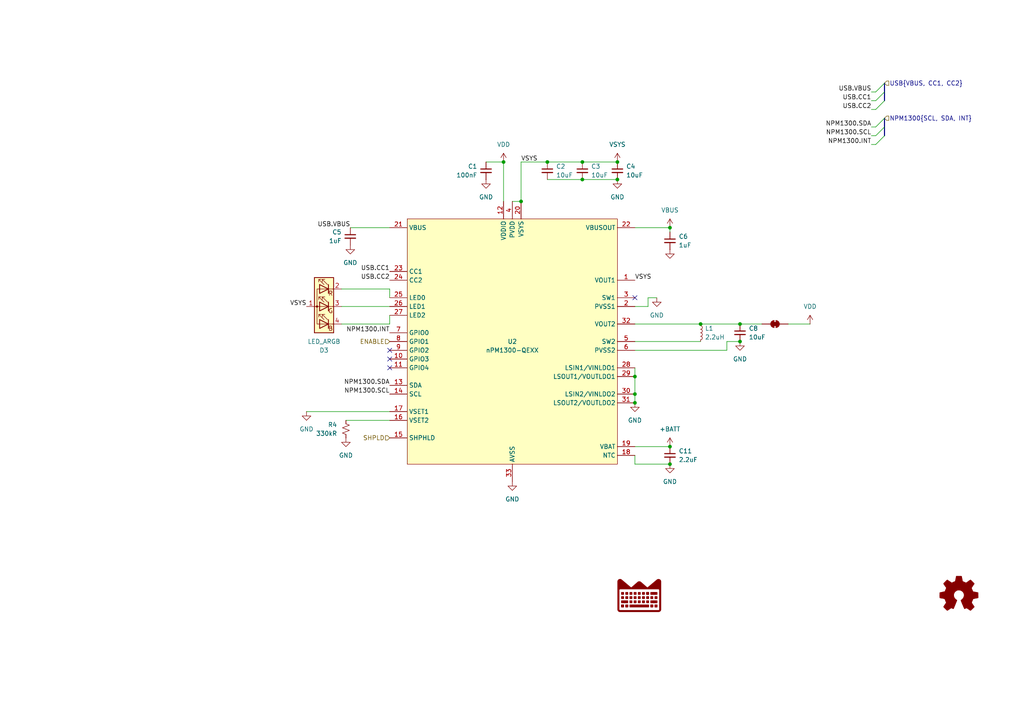
<source format=kicad_sch>
(kicad_sch (version 20250114) (generator "eeschema") (generator_version "9.0")
  (paper "A4")
  (title_block (title "RoyalBlue54L") (date "2025-01-25") (rev "0.0.1") (company "Lord's Boards"))
  (lib_symbols
    (symbol "Device:C_Small" (pin_numbers (hide yes)) (pin_names (offset 0.254) (hide yes))
      (property "Reference" "C" (at 0.254 1.778 0))
      (property "Value" "C_Small" (at 0.254 -2.032 0))
      (symbol "C_Small_1_1"
        (pin passive line (at 0 2.54 270) (length 2.032) (name "~") (number "1"))
        (pin passive line (at 0 -2.54 90) (length 2.032) (name "~") (number "2"))
      )
    )
    (symbol "Device:LED_ARGB" (pin_names (offset 0) (hide yes))
      (property "Reference" "D" (at 0 9.398 0))
      (property "Value" "LED_ARGB" (at 0 -8.89 0))
      (symbol "LED_ARGB_0_0"
        (text "R" (at -1.905 3.81 0) (effects (font (size 1.27 1.27))))
        (text "G" (at -1.905 -1.27 0) (effects (font (size 1.27 1.27))))
        (text "B" (at -1.905 -6.35 0) (effects (font (size 1.27 1.27))))
      )
      (symbol "LED_ARGB_1_1"
        (pin passive line (at -5.08 5.08 0) (length 2.54) (name "RK") (number "2"))
        (pin passive line (at -5.08 0 0) (length 2.54) (name "GK") (number "3"))
        (pin passive line (at -5.08 -5.08 0) (length 2.54) (name "BK") (number "4"))
        (pin passive line (at 5.08 0 180) (length 2.54) (name "A") (number "1"))
      )
    )
    (symbol "Device:L_Small" (pin_numbers (hide yes)) (pin_names (offset 0.254) (hide yes))
      (property "Reference" "L" (at 0.762 1.016 0))
      (property "Value" "L_Small" (at 0.762 -1.016 0))
      (symbol "L_Small_1_1"
        (pin passive line (at 0 2.54 270) (length 0.508) (name "~") (number "1"))
        (pin passive line (at 0 -2.54 90) (length 0.508) (name "~") (number "2"))
      )
    )
    (symbol "Device:R_Small_US" (pin_numbers (hide yes)) (pin_names (offset 0.254) (hide yes))
      (property "Reference" "R" (at 0.762 0.508 0))
      (property "Value" "R_Small_US" (at 0.762 -1.016 0))
      (symbol "R_Small_US_1_1"
        (pin passive line (at 0 2.54 270) (length 1.016) (name "~") (number "1"))
        (pin passive line (at 0 -2.54 90) (length 1.016) (name "~") (number "2"))
      )
    )
    (symbol "Graphic:Logo_Open_Hardware_Small" (in_bom no) (on_board no))
    (symbol "Jumper:SolderJumper_2_Bridged" (pin_numbers (hide yes)) (pin_names (offset 0) (hide yes)) (exclude_from_sim yes) (in_bom no)
      (property "Reference" "JP" (at 0 2.032 0))
      (property "Value" "SolderJumper_2_Bridged" (at 0 -2.54 0))
      (symbol "SolderJumper_2_Bridged_1_1"
        (pin passive line (at -3.81 0 0) (length 2.54) (name "A") (number "1"))
        (pin passive line (at 3.81 0 180) (length 2.54) (name "B") (number "2"))
      )
    )
    (symbol "LordsBoards-Graphic:LordsBoardsLogo" (in_bom no) (on_board no))
    (symbol "nordic-lib-kicad-npm:nPM1300-QEXX"
      (property "Reference" "U" (at 0 0 0))
      (property "Value" "nPM1300-QEXX" (at 0 -2.54 0))
      (symbol "nPM1300-QEXX_0_0"
        (pin power_in line (at -35.56 33.02 0) (length 5.08) (name "VBUS") (number "21"))
        (pin bidirectional line (at -35.56 20.32 0) (length 5.08) (name "CC1") (number "23"))
        (pin bidirectional line (at -35.56 17.78 0) (length 5.08) (name "CC2") (number "24"))
        (pin open_collector line (at -35.56 12.7 0) (length 5.08) (name "LED0") (number "25"))
        (pin open_collector line (at -35.56 10.16 0) (length 5.08) (name "LED1") (number "26"))
        (pin open_collector line (at -35.56 7.62 0) (length 5.08) (name "LED2") (number "27"))
        (pin bidirectional line (at -35.56 2.54 0) (length 5.08) (name "GPIO0") (number "7"))
        (pin bidirectional line (at -35.56 0 0) (length 5.08) (name "GPIO1") (number "8"))
        (pin bidirectional line (at -35.56 -2.54 0) (length 5.08) (name "GPIO2") (number "9"))
        (pin bidirectional line (at -35.56 -5.08 0) (length 5.08) (name "GPIO3") (number "10"))
        (pin bidirectional line (at -35.56 -7.62 0) (length 5.08) (name "GPIO4") (number "11"))
        (pin bidirectional line (at -35.56 -12.7 0) (length 5.08) (name "SDA") (number "13"))
        (pin bidirectional line (at -35.56 -15.24 0) (length 5.08) (name "SCL") (number "14"))
        (pin passive line (at -35.56 -20.32 0) (length 5.08) (name "VSET1") (number "17"))
        (pin passive line (at -35.56 -22.86 0) (length 5.08) (name "VSET2") (number "16"))
        (pin input line (at -35.56 -27.94 0) (length 5.08) (name "SHPHLD") (number "15"))
        (pin power_in line (at -2.54 40.64 270) (length 5.08) (name "VDDIO") (number "12"))
        (pin power_in line (at 0 40.64 270) (length 5.08) (name "PVDD") (number "4"))
        (pin power_in line (at 0 -40.64 90) (length 5.08) (name "AVSS") (number "33"))
        (pin power_out line (at 2.54 40.64 270) (length 5.08) (name "VSYS") (number "20"))
        (pin power_out line (at 35.56 33.02 180) (length 5.08) (name "VBUSOUT") (number "22"))
        (pin power_out line (at 35.56 17.78 180) (length 5.08) (name "VOUT1") (number "1"))
        (pin passive line (at 35.56 12.7 180) (length 5.08) (name "SW1") (number "3"))
        (pin power_out line (at 35.56 5.08 180) (length 5.08) (name "VOUT2") (number "32"))
        (pin passive line (at 35.56 0 180) (length 5.08) (name "SW2") (number "5"))
        (pin output line (at 35.56 -10.16 180) (length 5.08) (name "LSOUT1/VOUTLDO1") (number "29"))
        (pin input line (at 35.56 -15.24 180) (length 5.08) (name "LSIN2/VINLDO2") (number "30"))
        (pin output line (at 35.56 -17.78 180) (length 5.08) (name "LSOUT2/VOUTLDO2") (number "31"))
        (pin power_in line (at 35.56 -30.48 180) (length 5.08) (name "VBAT") (number "19"))
        (pin passive line (at 35.56 -33.02 180) (length 5.08) (name "NTC") (number "18"))
      )
      (symbol "nPM1300-QEXX_1_0"
        (pin power_in line (at 35.56 10.16 180) (length 5.08) (name "PVSS1") (number "2"))
        (pin power_in line (at 35.56 -2.54 180) (length 5.08) (name "PVSS2") (number "6"))
        (pin input line (at 35.56 -7.62 180) (length 5.08) (name "LSIN1/VINLDO1") (number "28"))
      )
    )
    (symbol "power:+BATT" (power) (pin_numbers (hide yes)) (pin_names (offset 0) (hide yes))
      (property "Value" "+BATT" (at 0 3.556 0))
      (symbol "+BATT_1_1"
        (pin power_in line (at 0 0 90) (length 0) (name "~") (number "1"))
      )
    )
    (symbol "power:GND" (power) (pin_numbers (hide yes)) (pin_names (offset 0) (hide yes))
      (property "Value" "GND" (at 0 -3.81 0))
      (symbol "GND_1_1"
        (pin power_in line (at 0 0 270) (length 0) (name "~") (number "1"))
      )
    )
    (symbol "power:VBUS" (power) (pin_numbers (hide yes)) (pin_names (offset 0) (hide yes))
      (property "Value" "VBUS" (at 0 3.556 0))
      (symbol "VBUS_1_1"
        (pin power_in line (at 0 0 90) (length 0) (name "~") (number "1"))
      )
    )
    (symbol "power:VDD" (power) (pin_numbers (hide yes)) (pin_names (offset 0) (hide yes))
      (property "Value" "VDD" (at 0 3.556 0))
      (symbol "VDD_1_1"
        (pin power_in line (at 0 0 90) (length 0) (name "~") (number "1"))
      )
    )
  )
  (junction (at 184.15 109.22))
  (junction (at 168.91 52.07))
  (junction (at 179.07 52.07))
  (junction (at 214.63 99.06))
  (junction (at 194.31 129.54))
  (junction (at 194.31 134.62))
  (junction (at 146.05 46.99))
  (junction (at 203.2 93.98))
  (junction (at 158.75 46.99))
  (junction (at 179.07 46.99))
  (junction (at 194.31 66.04))
  (junction (at 168.91 46.99))
  (junction (at 214.63 93.98))
  (junction (at 184.15 114.3))
  (junction (at 151.13 58.42))
  (junction (at 184.15 116.84))
  (no_connect (at 184.15 86.36))
  (no_connect (at 113.03 101.6))
  (no_connect (at 113.03 106.68))
  (no_connect (at 113.03 104.14))
  (bus_entry (at 254 26.67) (size 2.54 -2.54))
  (bus_entry (at 254 29.21) (size 2.54 -2.54))
  (bus_entry (at 254 36.83) (size 2.54 -2.54))
  (bus_entry (at 254 31.75) (size 2.54 -2.54))
  (bus_entry (at 254 41.91) (size 2.54 -2.54))
  (bus_entry (at 254 39.37) (size 2.54 -2.54))
  (wire (pts (xy 190.5 86.36) (xy 187.96 86.36)))
  (bus (pts (xy 256.54 39.37) (xy 256.54 36.83)))
  (wire (pts (xy 184.15 106.68) (xy 184.15 109.22)))
  (wire (pts (xy 254 29.21) (xy 252.73 29.21)))
  (wire (pts (xy 254 41.91) (xy 252.73 41.91)))
  (wire (pts (xy 168.91 46.99) (xy 179.07 46.99)))
  (wire (pts (xy 220.98 93.98) (xy 214.63 93.98)))
  (wire (pts (xy 194.31 66.04) (xy 184.15 66.04)))
  (wire (pts (xy 187.96 88.9) (xy 184.15 88.9)))
  (wire (pts (xy 113.03 83.82) (xy 113.03 86.36)))
  (wire (pts (xy 187.96 86.36) (xy 187.96 88.9)))
  (wire (pts (xy 151.13 46.99) (xy 158.75 46.99)))
  (wire (pts (xy 100.33 121.92) (xy 113.03 121.92)))
  (bus (pts (xy 256.54 26.67) (xy 256.54 29.21)))
  (wire (pts (xy 101.6 66.04) (xy 113.03 66.04)))
  (wire (pts (xy 184.15 132.08) (xy 184.15 134.62)))
  (wire (pts (xy 99.06 93.98) (xy 113.03 93.98)))
  (wire (pts (xy 113.03 93.98) (xy 113.03 91.44)))
  (wire (pts (xy 184.15 114.3) (xy 184.15 116.84)))
  (wire (pts (xy 184.15 109.22) (xy 184.15 114.3)))
  (wire (pts (xy 168.91 52.07) (xy 179.07 52.07)))
  (wire (pts (xy 151.13 46.99) (xy 151.13 58.42)))
  (wire (pts (xy 234.95 93.98) (xy 228.6 93.98)))
  (wire (pts (xy 254 36.83) (xy 252.73 36.83)))
  (wire (pts (xy 254 39.37) (xy 252.73 39.37)))
  (wire (pts (xy 254 26.67) (xy 252.73 26.67)))
  (wire (pts (xy 146.05 46.99) (xy 146.05 58.42)))
  (wire (pts (xy 158.75 52.07) (xy 168.91 52.07)))
  (wire (pts (xy 146.05 46.99) (xy 140.97 46.99)))
  (wire (pts (xy 158.75 46.99) (xy 168.91 46.99)))
  (wire (pts (xy 254 31.75) (xy 252.73 31.75)))
  (wire (pts (xy 184.15 134.62) (xy 194.31 134.62)))
  (wire (pts (xy 210.82 101.6) (xy 210.82 99.06)))
  (wire (pts (xy 194.31 66.04) (xy 194.31 67.31)))
  (wire (pts (xy 184.15 129.54) (xy 194.31 129.54)))
  (wire (pts (xy 184.15 101.6) (xy 210.82 101.6)))
  (bus (pts (xy 256.54 24.13) (xy 256.54 26.67)))
  (wire (pts (xy 210.82 99.06) (xy 214.63 99.06)))
  (wire (pts (xy 99.06 83.82) (xy 113.03 83.82)))
  (wire (pts (xy 88.9 119.38) (xy 113.03 119.38)))
  (wire (pts (xy 184.15 93.98) (xy 203.2 93.98)))
  (wire (pts (xy 203.2 93.98) (xy 214.63 93.98)))
  (wire (pts (xy 99.06 88.9) (xy 113.03 88.9)))
  (wire (pts (xy 184.15 99.06) (xy 203.2 99.06)))
  (bus (pts (xy 256.54 36.83) (xy 256.54 34.29)))
  (wire (pts (xy 151.13 58.42) (xy 148.59 58.42)))
  (label "VSYS" (at 184.15 81.28 0))
  (label "NPM1300.INT" (at 252.73 41.91 180))
  (label "NPM1300.SCL" (at 113.03 114.3 180))
  (label "NPM1300.SDA" (at 113.03 111.76 180))
  (label "USB.CC1" (at 252.73 29.21 180))
  (label "USB.VBUS" (at 101.6 66.04 180))
  (label "USB.CC2" (at 113.03 81.28 180))
  (label "VSYS" (at 151.13 46.99 0))
  (label "NPM1300.SDA" (at 252.73 36.83 180))
  (label "USB.VBUS" (at 252.73 26.67 180))
  (label "NPM1300.SCL" (at 252.73 39.37 180))
  (label "NPM1300.INT" (at 113.03 96.52 180))
  (label "USB.CC1" (at 113.03 78.74 180))
  (label "USB.CC2" (at 252.73 31.75 180))
  (label "VSYS" (at 88.9 88.9 180))
  (hierarchical_label "USB{VBUS, CC1, CC2}" (shape input) (at 256.54 24.13 0))
  (hierarchical_label "ENABLE" (shape input) (at 113.03 99.06 180))
  (hierarchical_label "SHPLD" (shape input) (at 113.03 127 180))
  (hierarchical_label "NPM1300{SCL, SDA, INT}" (shape input) (at 256.54 34.29 0))
  (symbol (lib_id "Device:C_Small") (at 194.31 132.08 0) (mirror y) (unit 1)
    (property "Reference" "C11" (at 196.85 130.8162 0) (effects (justify right)))
    (property "Value" "2.2uF" (at 196.85 133.3562 0) (effects (justify right)))
    (property "Footprint" "Capacitor_SMD:C_0603_1608Metric" (effects (hide yes)))
    (property "Description" "Unpolarized capacitor, small symbol" (effects (hide yes)))
    (property "LCSC" "C23630" (effects (hide yes)))
  )
  (symbol (lib_id "power:VBUS") (at 194.31 66.04 0) (unit 1)
    (property "Reference" "#PWR041" (effects (hide yes)))
    (property "Value" "VBUS" (at 194.31 60.96 0))
    (property "Description" "Power symbol creates a global label with name \"VBUS\"" (effects (hide yes)))
  )
  (symbol (lib_id "Device:L_Small") (at 203.2 96.52 0) (unit 1)
    (property "Reference" "L1" (at 204.47 95.2499 0) (effects (justify left)))
    (property "Value" "2.2uH" (at 204.47 97.7899 0) (effects (justify left)))
    (property "Footprint" "Inductor_SMD:L_0603_1608Metric" (effects (hide yes)))
    (property "Description" "Inductor, small symbol" (effects (hide yes)))
    (property "LCSC" "C337910" (effects (hide yes)))
  )
  (symbol (lib_id "power:GND") (at 194.31 134.62 0) (mirror y) (unit 1)
    (property "Reference" "#PWR033" (effects (hide yes)))
    (property "Value" "GND" (at 194.31 139.7 0))
    (property "Description" "Power symbol creates a global label with name \"GND\" , ground" (effects (hide yes)))
  )
  (symbol (lib_id "Graphic:Logo_Open_Hardware_Small") (at 278.13 172.72 0) (unit 1) (in_bom no) (on_board no)
    (property "Reference" "#SYM4" (effects (hide yes)))
    (property "Value" "Logo_Open_Hardware_Small" (effects (hide yes)))
  )
  (symbol (lib_id "power:VDD") (at 234.95 93.98 0) (unit 1)
    (property "Reference" "#PWR021" (effects (hide yes)))
    (property "Value" "VDD" (at 234.95 88.9 0))
    (property "Description" "Power symbol creates a global label with name \"VDD\"" (effects (hide yes)))
  )
  (symbol (lib_id "power:GND") (at 179.07 52.07 0) (mirror y) (unit 1)
    (property "Reference" "#PWR017" (effects (hide yes)))
    (property "Value" "GND" (at 179.07 57.15 0))
    (property "Description" "Power symbol creates a global label with name \"GND\" , ground" (effects (hide yes)))
  )
  (symbol (lib_id "Device:C_Small") (at 101.6 68.58 0) (unit 1)
    (property "Reference" "C5" (at 99.06 67.3162 0) (effects (justify right)))
    (property "Value" "1uF" (at 99.06 69.8562 0) (effects (justify right)))
    (property "Footprint" "Capacitor_SMD:C_0603_1608Metric" (effects (hide yes)))
    (property "Description" "Unpolarized capacitor, small symbol" (effects (hide yes)))
    (property "LCSC" "C15849" (effects (hide yes)))
  )
  (symbol (lib_id "power:GND") (at 184.15 116.84 0) (mirror y) (unit 1)
    (property "Reference" "#PWR030" (effects (hide yes)))
    (property "Value" "GND" (at 184.15 121.92 0))
    (property "Description" "Power symbol creates a global label with name \"GND\" , ground" (effects (hide yes)))
  )
  (symbol (lib_id "LordsBoards-Graphic:LordsBoardsLogo") (at 185.42 172.72 0) (unit 1) (in_bom no) (on_board no)
    (property "Reference" "#SYM3" (effects (hide yes)))
  )
  (symbol (lib_id "power:VBUS") (at 179.07 46.99 0) (unit 1)
    (property "Reference" "#PWR053" (effects (hide yes)))
    (property "Value" "VSYS" (at 179.07 41.91 0))
    (property "Description" "Power symbol creates a global label with name \"VBUS\"" (effects (hide yes)))
  )
  (symbol (lib_id "Device:C_Small") (at 214.63 96.52 0) (mirror y) (unit 1)
    (property "Reference" "C8" (at 217.17 95.2562 0) (effects (justify right)))
    (property "Value" "10uF" (at 217.17 97.7962 0) (effects (justify right)))
    (property "Footprint" "Capacitor_SMD:C_0603_1608Metric" (effects (hide yes)))
    (property "Description" "Unpolarized capacitor, small symbol" (effects (hide yes)))
    (property "LCSC" "C96446" (effects (hide yes)))
  )
  (symbol (lib_id "power:GND") (at 214.63 99.06 0) (mirror y) (unit 1)
    (property "Reference" "#PWR022" (effects (hide yes)))
    (property "Value" "GND" (at 214.63 104.14 0))
    (property "Description" "Power symbol creates a global label with name \"GND\" , ground" (effects (hide yes)))
  )
  (symbol (lib_id "Device:LED_ARGB") (at 93.98 88.9 0) (mirror y) (unit 1)
    (property "Reference" "D3" (at 93.98 101.6 0))
    (property "Value" "LED_ARGB" (at 93.98 99.06 0))
    (property "Footprint" "LED_SMD:LED_Wurth_150044M155260" (effects (hide yes)))
    (property "Description" "RGB LED, anode/red/green/blue" (effects (hide yes)))
    (property "LCSC" "C404280" (effects (hide yes)))
  )
  (symbol (lib_id "Device:C_Small") (at 168.91 49.53 0) (mirror y) (unit 1)
    (property "Reference" "C3" (at 171.45 48.2662 0) (effects (justify right)))
    (property "Value" "10uF" (at 171.45 50.8062 0) (effects (justify right)))
    (property "Footprint" "Capacitor_SMD:C_0603_1608Metric" (effects (hide yes)))
    (property "Description" "Unpolarized capacitor, small symbol" (effects (hide yes)))
    (property "LCSC" "C96446" (effects (hide yes)))
  )
  (symbol (lib_id "power:GND") (at 101.6 71.12 0) (unit 1)
    (property "Reference" "#PWR018" (effects (hide yes)))
    (property "Value" "GND" (at 101.6 76.2 0))
    (property "Description" "Power symbol creates a global label with name \"GND\" , ground" (effects (hide yes)))
  )
  (symbol (lib_id "power:GND") (at 88.9 119.38 0) (mirror y) (unit 1)
    (property "Reference" "#PWR031" (effects (hide yes)))
    (property "Value" "GND" (at 88.9 124.46 0))
    (property "Description" "Power symbol creates a global label with name \"GND\" , ground" (effects (hide yes)))
  )
  (symbol (lib_id "Device:C_Small") (at 179.07 49.53 0) (mirror y) (unit 1)
    (property "Reference" "C4" (at 181.61 48.2662 0) (effects (justify right)))
    (property "Value" "10uF" (at 181.61 50.8062 0) (effects (justify right)))
    (property "Footprint" "Capacitor_SMD:C_0603_1608Metric" (effects (hide yes)))
    (property "Description" "Unpolarized capacitor, small symbol" (effects (hide yes)))
    (property "LCSC" "C96446" (effects (hide yes)))
  )
  (symbol (lib_id "power:+BATT") (at 194.31 129.54 0) (unit 1)
    (property "Reference" "#PWR035" (effects (hide yes)))
    (property "Value" "+BATT" (at 194.31 124.46 0))
    (property "Description" "Power symbol creates a global label with name \"+BATT\"" (effects (hide yes)))
  )
  (symbol (lib_id "Device:C_Small") (at 194.31 69.85 0) (mirror y) (unit 1)
    (property "Reference" "C6" (at 196.85 68.5862 0) (effects (justify right)))
    (property "Value" "1uF" (at 196.85 71.1262 0) (effects (justify right)))
    (property "Footprint" "Capacitor_SMD:C_0603_1608Metric" (effects (hide yes)))
    (property "Description" "Unpolarized capacitor, small symbol" (effects (hide yes)))
    (property "LCSC" "C15849" (effects (hide yes)))
  )
  (symbol (lib_id "Device:C_Small") (at 158.75 49.53 0) (mirror y) (unit 1)
    (property "Reference" "C2" (at 161.29 48.2662 0) (effects (justify right)))
    (property "Value" "10uF" (at 161.29 50.8062 0) (effects (justify right)))
    (property "Footprint" "Capacitor_SMD:C_0603_1608Metric" (effects (hide yes)))
    (property "Description" "Unpolarized capacitor, small symbol" (effects (hide yes)))
    (property "LCSC" "C96446" (effects (hide yes)))
  )
  (symbol (lib_id "power:GND") (at 140.97 52.07 0) (unit 1)
    (property "Reference" "#PWR016" (effects (hide yes)))
    (property "Value" "GND" (at 140.97 57.15 0))
    (property "Description" "Power symbol creates a global label with name \"GND\" , ground" (effects (hide yes)))
  )
  (symbol (lib_id "power:GND") (at 148.59 139.7 0) (unit 1)
    (property "Reference" "#PWR034" (effects (hide yes)))
    (property "Value" "GND" (at 148.59 144.78 0))
    (property "Description" "Power symbol creates a global label with name \"GND\" , ground" (effects (hide yes)))
  )
  (symbol (lib_id "nordic-lib-kicad-npm:nPM1300-QEXX") (at 148.59 99.06 0) (unit 1)
    (property "Reference" "U2" (at 148.59 99.06 0))
    (property "Value" "nPM1300-QEXX" (at 148.59 101.6 0))
    (property "Footprint" "Package_DFN_QFN:QFN-32-1EP_5x5mm_P0.5mm_EP3.6x3.6mm_ThermalVias" (effects (hide yes)))
    (property "Datasheet" "https://docs.nordicsemi.com/bundle/ps_npm1300" (effects (hide yes)))
    (property "Description" "PMIC, LED Driver, Battery Charger, QFN-32" (effects (hide yes)))
    (property "LCSC" "C7466043" (effects (hide yes)))
  )
  (symbol (lib_id "Device:C_Small") (at 140.97 49.53 0) (unit 1)
    (property "Reference" "C1" (at 138.43 48.2662 0) (effects (justify right)))
    (property "Value" "100nF" (at 138.43 50.8062 0) (effects (justify right)))
    (property "Footprint" "Capacitor_SMD:C_0402_1005Metric" (effects (hide yes)))
    (property "Description" "Unpolarized capacitor, small symbol" (effects (hide yes)))
    (property "LCSC" "C307331" (effects (hide yes)))
  )
  (symbol (lib_id "power:VDD") (at 146.05 46.99 0) (unit 1)
    (property "Reference" "#PWR015" (effects (hide yes)))
    (property "Value" "VDD" (at 146.05 41.91 0))
    (property "Description" "Power symbol creates a global label with name \"VDD\"" (effects (hide yes)))
  )
  (symbol (lib_id "Jumper:SolderJumper_2_Bridged") (at 224.79 93.98 0) (unit 1) (exclude_from_sim yes) (in_bom no)
    (property "Reference" "JP1" (effects (hide yes)))
    (property "Value" "SolderJumper_2_Bridged" (effects (hide yes)))
    (property "Footprint" "Jumper:SolderJumper-2_P1.3mm_Bridged_RoundedPad1.0x1.5mm" (effects (hide yes)))
    (property "Description" "Solder Jumper, 2-pole, closed/bridged" (effects (hide yes)))
  )
  (symbol (lib_id "Device:R_Small_US") (at 100.33 124.46 0) (unit 1)
    (property "Reference" "R4" (at 97.79 123.1899 0) (effects (justify right)))
    (property "Value" "330kR" (at 97.79 125.7299 0) (effects (justify right)))
    (property "Footprint" "Resistor_SMD:R_0402_1005Metric" (effects (hide yes)))
    (property "Description" "Resistor, small US symbol" (effects (hide yes)))
    (property "LCSC" "C25778" (effects (hide yes)))
  )
  (symbol (lib_id "power:GND") (at 190.5 86.36 0) (mirror y) (unit 1)
    (property "Reference" "#PWR020" (effects (hide yes)))
    (property "Value" "GND" (at 190.5 91.44 0))
    (property "Description" "Power symbol creates a global label with name \"GND\" , ground" (effects (hide yes)))
  )
  (symbol (lib_id "power:GND") (at 194.31 72.39 0) (mirror y) (unit 1)
    (property "Reference" "#PWR019" (effects (hide yes)))
    (property "Value" "GND" (effects (hide yes)))
    (property "Description" "Power symbol creates a global label with name \"GND\" , ground" (effects (hide yes)))
  )
  (symbol (lib_id "power:GND") (at 100.33 127 0) (unit 1)
    (property "Reference" "#PWR032" (effects (hide yes)))
    (property "Value" "GND" (at 100.33 132.08 0))
    (property "Description" "Power symbol creates a global label with name \"GND\" , ground" (effects (hide yes)))
  )
)
</source>
